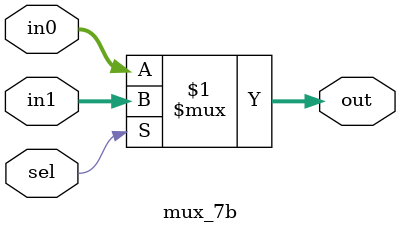
<source format=v>
module mux_7b (
  input  wire             sel,
  input  wire [6:0]       in0,
  input  wire [6:0]       in1,
  output wire [6:0]       out
);

  assign out = sel? in1 : in0;

endmodule
</source>
